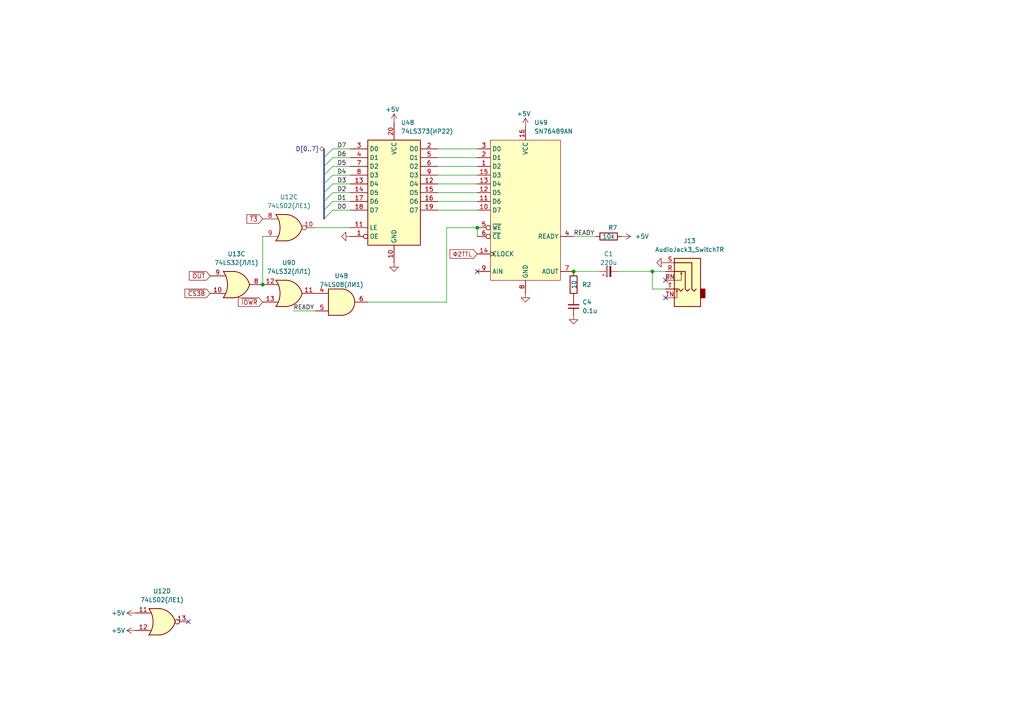
<source format=kicad_sch>
(kicad_sch (version 20230121) (generator eeschema)
  (paper "A4")
  (title_block (title "Pacific-80") (date "2023-10-11") (rev "2"))
  (lib_symbols
    (symbol "74xx:74LS02" (pin_names (offset 1.016))
      (property "Reference" "U" (at 0 1.27 0))
      (property "Value" "74LS02" (at 0 -1.27 0))
      (symbol "74LS02_1_1"
        (arc (start -3.81 -3.81) (mid -2.589 0) (end -3.81 3.81) (stroke (width 0.254)))
        (arc (start -0.6096 -3.81) (mid 2.1842 -2.5851) (end 3.81 0) (stroke (width 0.254)) (fill (type background)))
        (polyline (pts (xy -3.81 -3.81) (xy -0.635 -3.81)) (stroke (width 0.254)) (fill (type background)))
        (polyline (pts (xy -3.81 3.81) (xy -0.635 3.81)) (stroke (width 0.254)) (fill (type background)))
        (polyline (pts (xy -0.635 3.81) (xy -3.81 3.81) (xy -3.81 3.81) (xy -3.556 3.4036) (xy -3.0226 2.2606) (xy -2.6924 1.0414) (xy -2.6162 -0.254) (xy -2.7686 -1.4986) (xy -3.175 -2.7178) (xy -3.81 -3.81) (xy -3.81 -3.81) (xy -0.635 -3.81)) (stroke (width -25.4)) (fill (type background)))
        (arc (start 3.81 0) (mid 2.1915 2.5936) (end -0.6096 3.81) (stroke (width 0.254)) (fill (type background)))
        (pin output inverted (at 7.62 0 180) (length 3.81) (name "~") (number "1"))
        (pin input line (at -7.62 2.54 0) (length 4.318) (name "~") (number "2"))
        (pin input line (at -7.62 -2.54 0) (length 4.318) (name "~") (number "3"))
      )
      (symbol "74LS02_1_2"
        (arc (start 0 -3.81) (mid 3.7934 0) (end 0 3.81) (stroke (width 0.254)) (fill (type background)))
        (polyline (pts (xy 0 3.81) (xy -3.81 3.81) (xy -3.81 -3.81) (xy 0 -3.81)) (stroke (width 0.254)) (fill (type background)))
        (pin output line (at 7.62 0 180) (length 3.81) (name "~") (number "1"))
        (pin input inverted (at -7.62 2.54 0) (length 3.81) (name "~") (number "2"))
        (pin input inverted (at -7.62 -2.54 0) (length 3.81) (name "~") (number "3"))
      )
      (symbol "74LS02_2_1"
        (arc (start -3.81 -3.81) (mid -2.589 0) (end -3.81 3.81) (stroke (width 0.254)))
        (arc (start -0.6096 -3.81) (mid 2.1842 -2.5851) (end 3.81 0) (stroke (width 0.254)) (fill (type background)))
        (polyline (pts (xy -3.81 -3.81) (xy -0.635 -3.81)) (stroke (width 0.254)) (fill (type background)))
        (polyline (pts (xy -3.81 3.81) (xy -0.635 3.81)) (stroke (width 0.254)) (fill (type background)))
        (polyline (pts (xy -0.635 3.81) (xy -3.81 3.81) (xy -3.81 3.81) (xy -3.556 3.4036) (xy -3.0226 2.2606) (xy -2.6924 1.0414) (xy -2.6162 -0.254) (xy -2.7686 -1.4986) (xy -3.175 -2.7178) (xy -3.81 -3.81) (xy -3.81 -3.81) (xy -0.635 -3.81)) (stroke (width -25.4)) (fill (type background)))
        (arc (start 3.81 0) (mid 2.1915 2.5936) (end -0.6096 3.81) (stroke (width 0.254)) (fill (type background)))
        (pin output inverted (at 7.62 0 180) (length 3.81) (name "~") (number "4"))
        (pin input line (at -7.62 2.54 0) (length 4.318) (name "~") (number "5"))
        (pin input line (at -7.62 -2.54 0) (length 4.318) (name "~") (number "6"))
      )
      (symbol "74LS02_2_2"
        (arc (start 0 -3.81) (mid 3.7934 0) (end 0 3.81) (stroke (width 0.254)) (fill (type background)))
        (polyline (pts (xy 0 3.81) (xy -3.81 3.81) (xy -3.81 -3.81) (xy 0 -3.81)) (stroke (width 0.254)) (fill (type background)))
        (pin output line (at 7.62 0 180) (length 3.81) (name "~") (number "4"))
        (pin input inverted (at -7.62 2.54 0) (length 3.81) (name "~") (number "5"))
        (pin input inverted (at -7.62 -2.54 0) (length 3.81) (name "~") (number "6"))
      )
      (symbol "74LS02_3_1"
        (arc (start -3.81 -3.81) (mid -2.589 0) (end -3.81 3.81) (stroke (width 0.254)))
        (arc (start -0.6096 -3.81) (mid 2.1842 -2.5851) (end 3.81 0) (stroke (width 0.254)) (fill (type background)))
        (polyline (pts (xy -3.81 -3.81) (xy -0.635 -3.81)) (stroke (width 0.254)) (fill (type background)))
        (polyline (pts (xy -3.81 3.81) (xy -0.635 3.81)) (stroke (width 0.254)) (fill (type background)))
        (polyline (pts (xy -0.635 3.81) (xy -3.81 3.81) (xy -3.81 3.81) (xy -3.556 3.4036) (xy -3.0226 2.2606) (xy -2.6924 1.0414) (xy -2.6162 -0.254) (xy -2.7686 -1.4986) (xy -3.175 -2.7178) (xy -3.81 -3.81) (xy -3.81 -3.81) (xy -0.635 -3.81)) (stroke (width -25.4)) (fill (type background)))
        (arc (start 3.81 0) (mid 2.1915 2.5936) (end -0.6096 3.81) (stroke (width 0.254)) (fill (type background)))
        (pin output inverted (at 7.62 0 180) (length 3.81) (name "~") (number "10"))
        (pin input line (at -7.62 2.54 0) (length 4.318) (name "~") (number "8"))
        (pin input line (at -7.62 -2.54 0) (length 4.318) (name "~") (number "9"))
      )
      (symbol "74LS02_3_2"
        (arc (start 0 -3.81) (mid 3.7934 0) (end 0 3.81) (stroke (width 0.254)) (fill (type background)))
        (polyline (pts (xy 0 3.81) (xy -3.81 3.81) (xy -3.81 -3.81) (xy 0 -3.81)) (stroke (width 0.254)) (fill (type background)))
        (pin output line (at 7.62 0 180) (length 3.81) (name "~") (number "10"))
        (pin input inverted (at -7.62 2.54 0) (length 3.81) (name "~") (number "8"))
        (pin input inverted (at -7.62 -2.54 0) (length 3.81) (name "~") (number "9"))
      )
      (symbol "74LS02_4_1"
        (arc (start -3.81 -3.81) (mid -2.589 0) (end -3.81 3.81) (stroke (width 0.254)))
        (arc (start -0.6096 -3.81) (mid 2.1842 -2.5851) (end 3.81 0) (stroke (width 0.254)) (fill (type background)))
        (polyline (pts (xy -3.81 -3.81) (xy -0.635 -3.81)) (stroke (width 0.254)) (fill (type background)))
        (polyline (pts (xy -3.81 3.81) (xy -0.635 3.81)) (stroke (width 0.254)) (fill (type background)))
        (polyline (pts (xy -0.635 3.81) (xy -3.81 3.81) (xy -3.81 3.81) (xy -3.556 3.4036) (xy -3.0226 2.2606) (xy -2.6924 1.0414) (xy -2.6162 -0.254) (xy -2.7686 -1.4986) (xy -3.175 -2.7178) (xy -3.81 -3.81) (xy -3.81 -3.81) (xy -0.635 -3.81)) (stroke (width -25.4)) (fill (type background)))
        (arc (start 3.81 0) (mid 2.1915 2.5936) (end -0.6096 3.81) (stroke (width 0.254)) (fill (type background)))
        (pin input line (at -7.62 2.54 0) (length 4.318) (name "~") (number "11"))
        (pin input line (at -7.62 -2.54 0) (length 4.318) (name "~") (number "12"))
        (pin output inverted (at 7.62 0 180) (length 3.81) (name "~") (number "13"))
      )
      (symbol "74LS02_4_2"
        (arc (start 0 -3.81) (mid 3.7934 0) (end 0 3.81) (stroke (width 0.254)) (fill (type background)))
        (polyline (pts (xy 0 3.81) (xy -3.81 3.81) (xy -3.81 -3.81) (xy 0 -3.81)) (stroke (width 0.254)) (fill (type background)))
        (pin input inverted (at -7.62 2.54 0) (length 3.81) (name "~") (number "11"))
        (pin input inverted (at -7.62 -2.54 0) (length 3.81) (name "~") (number "12"))
        (pin output line (at 7.62 0 180) (length 3.81) (name "~") (number "13"))
      )
      (symbol "74LS02_5_0"
        (pin power_in line (at 0 12.7 270) (length 5.08) (name "VCC") (number "14"))
        (pin power_in line (at 0 -12.7 90) (length 5.08) (name "GND") (number "7"))
      )
      (symbol "74LS02_5_1"
        (rectangle (start -5.08 7.62) (end 5.08 -7.62) (stroke (width 0.254)) (fill (type background)))
      )
    )
    (symbol "74xx:74LS08" (pin_names (offset 1.016))
      (property "Reference" "U" (at 0 1.27 0))
      (property "Value" "74LS08" (at 0 -1.27 0))
      (symbol "74LS08_1_1"
        (arc (start 0 -3.81) (mid 3.7934 0) (end 0 3.81) (stroke (width 0.254)) (fill (type background)))
        (polyline (pts (xy 0 3.81) (xy -3.81 3.81) (xy -3.81 -3.81) (xy 0 -3.81)) (stroke (width 0.254)) (fill (type background)))
        (pin input line (at -7.62 2.54 0) (length 3.81) (name "~") (number "1"))
        (pin input line (at -7.62 -2.54 0) (length 3.81) (name "~") (number "2"))
        (pin output line (at 7.62 0 180) (length 3.81) (name "~") (number "3"))
      )
      (symbol "74LS08_1_2"
        (arc (start -3.81 -3.81) (mid -2.589 0) (end -3.81 3.81) (stroke (width 0.254)))
        (arc (start -0.6096 -3.81) (mid 2.1842 -2.5851) (end 3.81 0) (stroke (width 0.254)) (fill (type background)))
        (polyline (pts (xy -3.81 -3.81) (xy -0.635 -3.81)) (stroke (width 0.254)) (fill (type background)))
        (polyline (pts (xy -3.81 3.81) (xy -0.635 3.81)) (stroke (width 0.254)) (fill (type background)))
        (polyline (pts (xy -0.635 3.81) (xy -3.81 3.81) (xy -3.81 3.81) (xy -3.556 3.4036) (xy -3.0226 2.2606) (xy -2.6924 1.0414) (xy -2.6162 -0.254) (xy -2.7686 -1.4986) (xy -3.175 -2.7178) (xy -3.81 -3.81) (xy -3.81 -3.81) (xy -0.635 -3.81)) (stroke (width -25.4)) (fill (type background)))
        (arc (start 3.81 0) (mid 2.1915 2.5936) (end -0.6096 3.81) (stroke (width 0.254)) (fill (type background)))
        (pin input inverted (at -7.62 2.54 0) (length 4.318) (name "~") (number "1"))
        (pin input inverted (at -7.62 -2.54 0) (length 4.318) (name "~") (number "2"))
        (pin output inverted (at 7.62 0 180) (length 3.81) (name "~") (number "3"))
      )
      (symbol "74LS08_2_1"
        (arc (start 0 -3.81) (mid 3.7934 0) (end 0 3.81) (stroke (width 0.254)) (fill (type background)))
        (polyline (pts (xy 0 3.81) (xy -3.81 3.81) (xy -3.81 -3.81) (xy 0 -3.81)) (stroke (width 0.254)) (fill (type background)))
        (pin input line (at -7.62 2.54 0) (length 3.81) (name "~") (number "4"))
        (pin input line (at -7.62 -2.54 0) (length 3.81) (name "~") (number "5"))
        (pin output line (at 7.62 0 180) (length 3.81) (name "~") (number "6"))
      )
      (symbol "74LS08_2_2"
        (arc (start -3.81 -3.81) (mid -2.589 0) (end -3.81 3.81) (stroke (width 0.254)))
        (arc (start -0.6096 -3.81) (mid 2.1842 -2.5851) (end 3.81 0) (stroke (width 0.254)) (fill (type background)))
        (polyline (pts (xy -3.81 -3.81) (xy -0.635 -3.81)) (stroke (width 0.254)) (fill (type background)))
        (polyline (pts (xy -3.81 3.81) (xy -0.635 3.81)) (stroke (width 0.254)) (fill (type background)))
        (polyline (pts (xy -0.635 3.81) (xy -3.81 3.81) (xy -3.81 3.81) (xy -3.556 3.4036) (xy -3.0226 2.2606) (xy -2.6924 1.0414) (xy -2.6162 -0.254) (xy -2.7686 -1.4986) (xy -3.175 -2.7178) (xy -3.81 -3.81) (xy -3.81 -3.81) (xy -0.635 -3.81)) (stroke (width -25.4)) (fill (type background)))
        (arc (start 3.81 0) (mid 2.1915 2.5936) (end -0.6096 3.81) (stroke (width 0.254)) (fill (type background)))
        (pin input inverted (at -7.62 2.54 0) (length 4.318) (name "~") (number "4"))
        (pin input inverted (at -7.62 -2.54 0) (length 4.318) (name "~") (number "5"))
        (pin output inverted (at 7.62 0 180) (length 3.81) (name "~") (number "6"))
      )
      (symbol "74LS08_3_1"
        (arc (start 0 -3.81) (mid 3.7934 0) (end 0 3.81) (stroke (width 0.254)) (fill (type background)))
        (polyline (pts (xy 0 3.81) (xy -3.81 3.81) (xy -3.81 -3.81) (xy 0 -3.81)) (stroke (width 0.254)) (fill (type background)))
        (pin input line (at -7.62 -2.54 0) (length 3.81) (name "~") (number "10"))
        (pin output line (at 7.62 0 180) (length 3.81) (name "~") (number "8"))
        (pin input line (at -7.62 2.54 0) (length 3.81) (name "~") (number "9"))
      )
      (symbol "74LS08_3_2"
        (arc (start -3.81 -3.81) (mid -2.589 0) (end -3.81 3.81) (stroke (width 0.254)))
        (arc (start -0.6096 -3.81) (mid 2.1842 -2.5851) (end 3.81 0) (stroke (width 0.254)) (fill (type background)))
        (polyline (pts (xy -3.81 -3.81) (xy -0.635 -3.81)) (stroke (width 0.254)) (fill (type background)))
        (polyline (pts (xy -3.81 3.81) (xy -0.635 3.81)) (stroke (width 0.254)) (fill (type background)))
        (polyline (pts (xy -0.635 3.81) (xy -3.81 3.81) (xy -3.81 3.81) (xy -3.556 3.4036) (xy -3.0226 2.2606) (xy -2.6924 1.0414) (xy -2.6162 -0.254) (xy -2.7686 -1.4986) (xy -3.175 -2.7178) (xy -3.81 -3.81) (xy -3.81 -3.81) (xy -0.635 -3.81)) (stroke (width -25.4)) (fill (type background)))
        (arc (start 3.81 0) (mid 2.1915 2.5936) (end -0.6096 3.81) (stroke (width 0.254)) (fill (type background)))
        (pin input inverted (at -7.62 -2.54 0) (length 4.318) (name "~") (number "10"))
        (pin output inverted (at 7.62 0 180) (length 3.81) (name "~") (number "8"))
        (pin input inverted (at -7.62 2.54 0) (length 4.318) (name "~") (number "9"))
      )
      (symbol "74LS08_4_1"
        (arc (start 0 -3.81) (mid 3.7934 0) (end 0 3.81) (stroke (width 0.254)) (fill (type background)))
        (polyline (pts (xy 0 3.81) (xy -3.81 3.81) (xy -3.81 -3.81) (xy 0 -3.81)) (stroke (width 0.254)) (fill (type background)))
        (pin output line (at 7.62 0 180) (length 3.81) (name "~") (number "11"))
        (pin input line (at -7.62 2.54 0) (length 3.81) (name "~") (number "12"))
        (pin input line (at -7.62 -2.54 0) (length 3.81) (name "~") (number "13"))
      )
      (symbol "74LS08_4_2"
        (arc (start -3.81 -3.81) (mid -2.589 0) (end -3.81 3.81) (stroke (width 0.254)))
        (arc (start -0.6096 -3.81) (mid 2.1842 -2.5851) (end 3.81 0) (stroke (width 0.254)) (fill (type background)))
        (polyline (pts (xy -3.81 -3.81) (xy -0.635 -3.81)) (stroke (width 0.254)) (fill (type background)))
        (polyline (pts (xy -3.81 3.81) (xy -0.635 3.81)) (stroke (width 0.254)) (fill (type background)))
        (polyline (pts (xy -0.635 3.81) (xy -3.81 3.81) (xy -3.81 3.81) (xy -3.556 3.4036) (xy -3.0226 2.2606) (xy -2.6924 1.0414) (xy -2.6162 -0.254) (xy -2.7686 -1.4986) (xy -3.175 -2.7178) (xy -3.81 -3.81) (xy -3.81 -3.81) (xy -0.635 -3.81)) (stroke (width -25.4)) (fill (type background)))
        (arc (start 3.81 0) (mid 2.1915 2.5936) (end -0.6096 3.81) (stroke (width 0.254)) (fill (type background)))
        (pin output inverted (at 7.62 0 180) (length 3.81) (name "~") (number "11"))
        (pin input inverted (at -7.62 2.54 0) (length 4.318) (name "~") (number "12"))
        (pin input inverted (at -7.62 -2.54 0) (length 4.318) (name "~") (number "13"))
      )
      (symbol "74LS08_5_0"
        (pin power_in line (at 0 12.7 270) (length 5.08) (name "VCC") (number "14"))
        (pin power_in line (at 0 -12.7 90) (length 5.08) (name "GND") (number "7"))
      )
      (symbol "74LS08_5_1"
        (rectangle (start -5.08 7.62) (end 5.08 -7.62) (stroke (width 0.254)) (fill (type background)))
      )
    )
    (symbol "74xx:74LS32" (pin_names (offset 1.016))
      (property "Reference" "U" (at 0 1.27 0))
      (property "Value" "74LS32" (at 0 -1.27 0))
      (symbol "74LS32_1_1"
        (arc (start -3.81 -3.81) (mid -2.589 0) (end -3.81 3.81) (stroke (width 0.254)))
        (arc (start -0.6096 -3.81) (mid 2.1842 -2.5851) (end 3.81 0) (stroke (width 0.254)) (fill (type background)))
        (polyline (pts (xy -3.81 -3.81) (xy -0.635 -3.81)) (stroke (width 0.254)) (fill (type background)))
        (polyline (pts (xy -3.81 3.81) (xy -0.635 3.81)) (stroke (width 0.254)) (fill (type background)))
        (polyline (pts (xy -0.635 3.81) (xy -3.81 3.81) (xy -3.81 3.81) (xy -3.556 3.4036) (xy -3.0226 2.2606) (xy -2.6924 1.0414) (xy -2.6162 -0.254) (xy -2.7686 -1.4986) (xy -3.175 -2.7178) (xy -3.81 -3.81) (xy -3.81 -3.81) (xy -0.635 -3.81)) (stroke (width -25.4)) (fill (type background)))
        (arc (start 3.81 0) (mid 2.1915 2.5936) (end -0.6096 3.81) (stroke (width 0.254)) (fill (type background)))
        (pin input line (at -7.62 2.54 0) (length 4.318) (name "~") (number "1"))
        (pin input line (at -7.62 -2.54 0) (length 4.318) (name "~") (number "2"))
        (pin output line (at 7.62 0 180) (length 3.81) (name "~") (number "3"))
      )
      (symbol "74LS32_1_2"
        (arc (start 0 -3.81) (mid 3.7934 0) (end 0 3.81) (stroke (width 0.254)) (fill (type background)))
        (polyline (pts (xy 0 3.81) (xy -3.81 3.81) (xy -3.81 -3.81) (xy 0 -3.81)) (stroke (width 0.254)) (fill (type background)))
        (pin input inverted (at -7.62 2.54 0) (length 3.81) (name "~") (number "1"))
        (pin input inverted (at -7.62 -2.54 0) (length 3.81) (name "~") (number "2"))
        (pin output inverted (at 7.62 0 180) (length 3.81) (name "~") (number "3"))
      )
      (symbol "74LS32_2_1"
        (arc (start -3.81 -3.81) (mid -2.589 0) (end -3.81 3.81) (stroke (width 0.254)))
        (arc (start -0.6096 -3.81) (mid 2.1842 -2.5851) (end 3.81 0) (stroke (width 0.254)) (fill (type background)))
        (polyline (pts (xy -3.81 -3.81) (xy -0.635 -3.81)) (stroke (width 0.254)) (fill (type background)))
        (polyline (pts (xy -3.81 3.81) (xy -0.635 3.81)) (stroke (width 0.254)) (fill (type background)))
        (polyline (pts (xy -0.635 3.81) (xy -3.81 3.81) (xy -3.81 3.81) (xy -3.556 3.4036) (xy -3.0226 2.2606) (xy -2.6924 1.0414) (xy -2.6162 -0.254) (xy -2.7686 -1.4986) (xy -3.175 -2.7178) (xy -3.81 -3.81) (xy -3.81 -3.81) (xy -0.635 -3.81)) (stroke (width -25.4)) (fill (type background)))
        (arc (start 3.81 0) (mid 2.1915 2.5936) (end -0.6096 3.81) (stroke (width 0.254)) (fill (type background)))
        (pin input line (at -7.62 2.54 0) (length 4.318) (name "~") (number "4"))
        (pin input line (at -7.62 -2.54 0) (length 4.318) (name "~") (number "5"))
        (pin output line (at 7.62 0 180) (length 3.81) (name "~") (number "6"))
      )
      (symbol "74LS32_2_2"
        (arc (start 0 -3.81) (mid 3.7934 0) (end 0 3.81) (stroke (width 0.254)) (fill (type background)))
        (polyline (pts (xy 0 3.81) (xy -3.81 3.81) (xy -3.81 -3.81) (xy 0 -3.81)) (stroke (width 0.254)) (fill (type background)))
        (pin input inverted (at -7.62 2.54 0) (length 3.81) (name "~") (number "4"))
        (pin input inverted (at -7.62 -2.54 0) (length 3.81) (name "~") (number "5"))
        (pin output inverted (at 7.62 0 180) (length 3.81) (name "~") (number "6"))
      )
      (symbol "74LS32_3_1"
        (arc (start -3.81 -3.81) (mid -2.589 0) (end -3.81 3.81) (stroke (width 0.254)))
        (arc (start -0.6096 -3.81) (mid 2.1842 -2.5851) (end 3.81 0) (stroke (width 0.254)) (fill (type background)))
        (polyline (pts (xy -3.81 -3.81) (xy -0.635 -3.81)) (stroke (width 0.254)) (fill (type background)))
        (polyline (pts (xy -3.81 3.81) (xy -0.635 3.81)) (stroke (width 0.254)) (fill (type background)))
        (polyline (pts (xy -0.635 3.81) (xy -3.81 3.81) (xy -3.81 3.81) (xy -3.556 3.4036) (xy -3.0226 2.2606) (xy -2.6924 1.0414) (xy -2.6162 -0.254) (xy -2.7686 -1.4986) (xy -3.175 -2.7178) (xy -3.81 -3.81) (xy -3.81 -3.81) (xy -0.635 -3.81)) (stroke (width -25.4)) (fill (type background)))
        (arc (start 3.81 0) (mid 2.1915 2.5936) (end -0.6096 3.81) (stroke (width 0.254)) (fill (type background)))
        (pin input line (at -7.62 -2.54 0) (length 4.318) (name "~") (number "10"))
        (pin output line (at 7.62 0 180) (length 3.81) (name "~") (number "8"))
        (pin input line (at -7.62 2.54 0) (length 4.318) (name "~") (number "9"))
      )
      (symbol "74LS32_3_2"
        (arc (start 0 -3.81) (mid 3.7934 0) (end 0 3.81) (stroke (width 0.254)) (fill (type background)))
        (polyline (pts (xy 0 3.81) (xy -3.81 3.81) (xy -3.81 -3.81) (xy 0 -3.81)) (stroke (width 0.254)) (fill (type background)))
        (pin input inverted (at -7.62 -2.54 0) (length 3.81) (name "~") (number "10"))
        (pin output inverted (at 7.62 0 180) (length 3.81) (name "~") (number "8"))
        (pin input inverted (at -7.62 2.54 0) (length 3.81) (name "~") (number "9"))
      )
      (symbol "74LS32_4_1"
        (arc (start -3.81 -3.81) (mid -2.589 0) (end -3.81 3.81) (stroke (width 0.254)))
        (arc (start -0.6096 -3.81) (mid 2.1842 -2.5851) (end 3.81 0) (stroke (width 0.254)) (fill (type background)))
        (polyline (pts (xy -3.81 -3.81) (xy -0.635 -3.81)) (stroke (width 0.254)) (fill (type background)))
        (polyline (pts (xy -3.81 3.81) (xy -0.635 3.81)) (stroke (width 0.254)) (fill (type background)))
        (polyline (pts (xy -0.635 3.81) (xy -3.81 3.81) (xy -3.81 3.81) (xy -3.556 3.4036) (xy -3.0226 2.2606) (xy -2.6924 1.0414) (xy -2.6162 -0.254) (xy -2.7686 -1.4986) (xy -3.175 -2.7178) (xy -3.81 -3.81) (xy -3.81 -3.81) (xy -0.635 -3.81)) (stroke (width -25.4)) (fill (type background)))
        (arc (start 3.81 0) (mid 2.1915 2.5936) (end -0.6096 3.81) (stroke (width 0.254)) (fill (type background)))
        (pin output line (at 7.62 0 180) (length 3.81) (name "~") (number "11"))
        (pin input line (at -7.62 2.54 0) (length 4.318) (name "~") (number "12"))
        (pin input line (at -7.62 -2.54 0) (length 4.318) (name "~") (number "13"))
      )
      (symbol "74LS32_4_2"
        (arc (start 0 -3.81) (mid 3.7934 0) (end 0 3.81) (stroke (width 0.254)) (fill (type background)))
        (polyline (pts (xy 0 3.81) (xy -3.81 3.81) (xy -3.81 -3.81) (xy 0 -3.81)) (stroke (width 0.254)) (fill (type background)))
        (pin output inverted (at 7.62 0 180) (length 3.81) (name "~") (number "11"))
        (pin input inverted (at -7.62 2.54 0) (length 3.81) (name "~") (number "12"))
        (pin input inverted (at -7.62 -2.54 0) (length 3.81) (name "~") (number "13"))
      )
      (symbol "74LS32_5_0"
        (pin power_in line (at 0 12.7 270) (length 5.08) (name "VCC") (number "14"))
        (pin power_in line (at 0 -12.7 90) (length 5.08) (name "GND") (number "7"))
      )
      (symbol "74LS32_5_1"
        (rectangle (start -5.08 7.62) (end 5.08 -7.62) (stroke (width 0.254)) (fill (type background)))
      )
    )
    (symbol "74xx:74LS373"
      (property "Reference" "U" (at -7.62 16.51 0))
      (property "Value" "74LS373" (at -7.62 -16.51 0))
      (symbol "74LS373_1_0"
        (pin input inverted (at -12.7 -12.7 0) (length 5.08) (name "OE") (number "1"))
        (pin power_in line (at 0 -20.32 90) (length 5.08) (name "GND") (number "10"))
        (pin input line (at -12.7 -10.16 0) (length 5.08) (name "LE") (number "11"))
        (pin tri_state line (at 12.7 2.54 180) (length 5.08) (name "O4") (number "12"))
        (pin input line (at -12.7 2.54 0) (length 5.08) (name "D4") (number "13"))
        (pin input line (at -12.7 0 0) (length 5.08) (name "D5") (number "14"))
        (pin tri_state line (at 12.7 0 180) (length 5.08) (name "O5") (number "15"))
        (pin tri_state line (at 12.7 -2.54 180) (length 5.08) (name "O6") (number "16"))
        (pin input line (at -12.7 -2.54 0) (length 5.08) (name "D6") (number "17"))
        (pin input line (at -12.7 -5.08 0) (length 5.08) (name "D7") (number "18"))
        (pin tri_state line (at 12.7 -5.08 180) (length 5.08) (name "O7") (number "19"))
        (pin tri_state line (at 12.7 12.7 180) (length 5.08) (name "O0") (number "2"))
        (pin power_in line (at 0 20.32 270) (length 5.08) (name "VCC") (number "20"))
        (pin input line (at -12.7 12.7 0) (length 5.08) (name "D0") (number "3"))
        (pin input line (at -12.7 10.16 0) (length 5.08) (name "D1") (number "4"))
        (pin tri_state line (at 12.7 10.16 180) (length 5.08) (name "O1") (number "5"))
        (pin tri_state line (at 12.7 7.62 180) (length 5.08) (name "O2") (number "6"))
        (pin input line (at -12.7 7.62 0) (length 5.08) (name "D2") (number "7"))
        (pin input line (at -12.7 5.08 0) (length 5.08) (name "D3") (number "8"))
        (pin tri_state line (at 12.7 5.08 180) (length 5.08) (name "O3") (number "9"))
      )
      (symbol "74LS373_1_1"
        (rectangle (start -7.62 15.24) (end 7.62 -15.24) (stroke (width 0.254)) (fill (type background)))
      )
    )
    (symbol "Connector_Audio:AudioJack3_SwitchTR"
      (property "Reference" "J" (at 0 8.89 0))
      (property "Value" "AudioJack3_SwitchTR" (at 0 6.35 0))
      (symbol "AudioJack3_SwitchTR_0_1"
        (rectangle (start -5.08 -5.08) (end -6.35 -7.62) (stroke (width 0.254)) (fill (type outline)))
        (polyline (pts (xy 0.508 -0.254) (xy 0.762 -0.762)))
        (polyline (pts (xy 1.778 -5.334) (xy 2.032 -5.842)))
        (polyline (pts (xy 0 -5.08) (xy 0.635 -5.715) (xy 1.27 -5.08) (xy 2.54 -5.08)) (stroke (width 0.254)))
        (polyline (pts (xy 2.54 -7.62) (xy 1.778 -7.62) (xy 1.778 -5.334) (xy 1.524 -5.842)))
        (polyline (pts (xy 2.54 -2.54) (xy 0.508 -2.54) (xy 0.508 -0.254) (xy 0.254 -0.762)))
        (polyline (pts (xy -1.905 -5.08) (xy -1.27 -5.715) (xy -0.635 -5.08) (xy -0.635 0) (xy 2.54 0)) (stroke (width 0.254)))
        (polyline (pts (xy 2.54 2.54) (xy -2.54 2.54) (xy -2.54 -5.08) (xy -3.175 -5.715) (xy -3.81 -5.08)) (stroke (width 0.254)))
        (rectangle (start 2.54 3.81) (end -5.08 -10.16) (stroke (width 0.254)) (fill (type background)))
      )
      (symbol "AudioJack3_SwitchTR_1_1"
        (pin passive line (at 5.08 0 180) (length 2.54) (name "~") (number "R"))
        (pin passive line (at 5.08 -2.54 180) (length 2.54) (name "~") (number "RN"))
        (pin passive line (at 5.08 2.54 180) (length 2.54) (name "~") (number "S"))
        (pin passive line (at 5.08 -5.08 180) (length 2.54) (name "~") (number "T"))
        (pin passive line (at 5.08 -7.62 180) (length 2.54) (name "~") (number "TN"))
      )
    )
    (symbol "Device:C_Polarized_Small" (pin_numbers hide) (pin_names (offset 0.254) hide)
      (property "Reference" "C" (at 0.254 1.778 0))
      (property "Value" "C_Polarized_Small" (at 0.254 -2.032 0))
      (symbol "C_Polarized_Small_0_1"
        (rectangle (start -1.524 -0.3048) (end 1.524 -0.6858) (fill (type outline)))
        (rectangle (start -1.524 0.6858) (end 1.524 0.3048))
        (polyline (pts (xy -1.27 1.524) (xy -0.762 1.524)))
        (polyline (pts (xy -1.016 1.27) (xy -1.016 1.778)))
      )
      (symbol "C_Polarized_Small_1_1"
        (pin passive line (at 0 2.54 270) (length 1.8542) (name "~") (number "1"))
        (pin passive line (at 0 -2.54 90) (length 1.8542) (name "~") (number "2"))
      )
    )
    (symbol "Device:C_Small" (pin_numbers hide) (pin_names (offset 0.254) hide)
      (property "Reference" "C" (at 0.254 1.778 0))
      (property "Value" "C_Small" (at 0.254 -2.032 0))
      (symbol "C_Small_0_1"
        (polyline (pts (xy -1.524 -0.508) (xy 1.524 -0.508)) (stroke (width 0.3302)))
        (polyline (pts (xy -1.524 0.508) (xy 1.524 0.508)) (stroke (width 0.3048)))
      )
      (symbol "C_Small_1_1"
        (pin passive line (at 0 2.54 270) (length 2.032) (name "~") (number "1"))
        (pin passive line (at 0 -2.54 90) (length 2.032) (name "~") (number "2"))
      )
    )
    (symbol "Device:R" (pin_numbers hide) (pin_names (offset 0))
      (property "Reference" "R" (at 2.032 0 90))
      (property "Value" "R" (at 0 0 90))
      (symbol "R_0_1"
        (rectangle (start -1.016 -2.54) (end 1.016 2.54) (stroke (width 0.254)))
      )
      (symbol "R_1_1"
        (pin passive line (at 0 3.81 270) (length 1.27) (name "~") (number "1"))
        (pin passive line (at 0 -3.81 90) (length 1.27) (name "~") (number "2"))
      )
    )
    (symbol "Library:SN76489AN"
      (property "Reference" "U" (at 12.7 2.54 0))
      (property "Value" "SN76489AN" (at 12.7 0 0))
      (symbol "SN76489AN_1_1"
        (rectangle (start 0 -2.54) (end 20.32 -43.18) (fill (type background)))
        (pin input line (at -3.81 -10.16 0) (length 3.81) (name "D2") (number "1"))
        (pin input line (at -3.81 -22.86 0) (length 3.81) (name "D7") (number "10"))
        (pin input line (at -3.81 -20.32 0) (length 3.81) (name "D6") (number "11"))
        (pin input line (at -3.81 -17.78 0) (length 3.81) (name "D5") (number "12"))
        (pin input line (at -3.81 -15.24 0) (length 3.81) (name "D4") (number "13"))
        (pin input clock (at -3.81 -35.56 0) (length 3.81) (name "CLOCK") (number "14"))
        (pin input line (at -3.81 -12.7 0) (length 3.81) (name "D3") (number "15"))
        (pin power_in line (at 10.16 1.27 270) (length 3.81) (name "VCC") (number "16"))
        (pin input line (at -3.81 -7.62 0) (length 3.81) (name "D1") (number "2"))
        (pin input line (at -3.81 -5.08 0) (length 3.81) (name "D0") (number "3"))
        (pin open_collector line (at 24.13 -30.48 180) (length 3.81) (name "READY") (number "4"))
        (pin input inverted (at -3.81 -27.94 0) (length 3.81) (name "~{WE}") (number "5"))
        (pin input inverted (at -3.81 -30.48 0) (length 3.81) (name "~{CE}") (number "6"))
        (pin output line (at 24.13 -40.64 180) (length 3.81) (name "AOUT") (number "7"))
        (pin power_in line (at 10.16 -46.99 90) (length 3.81) (name "GND") (number "8"))
        (pin input line (at -3.81 -40.64 0) (length 3.81) (name "AIN") (number "9"))
      )
    )
    (symbol "power:+5V" (power) (pin_names (offset 0))
      (property "Value" "+5V" (at 0 3.556 0))
      (symbol "+5V_0_1"
        (polyline (pts (xy -0.762 1.27) (xy 0 2.54)))
        (polyline (pts (xy 0 0) (xy 0 2.54)))
        (polyline (pts (xy 0 2.54) (xy 0.762 1.27)))
      )
      (symbol "+5V_1_1"
        (pin power_in line (at 0 0 90) (length 0) hide (name "+5V") (number "1"))
      )
    )
    (symbol "power:GND" (power) (pin_names (offset 0))
      (property "Value" "GND" (at 0 -3.81 0))
      (symbol "GND_0_1"
        (polyline (pts (xy 0 0) (xy 0 -1.27) (xy 1.27 -1.27) (xy 0 -2.54) (xy -1.27 -1.27) (xy 0 -1.27)))
      )
      (symbol "GND_1_1"
        (pin power_in line (at 0 0 270) (length 0) hide (name "GND") (number "1"))
      )
    )
  )
  (junction (at 166.37 78.74))
  (junction (at 138.43 66.04))
  (junction (at 189.23 78.74))
  (junction (at 76.2 82.55))
  (no_connect (at 138.43 78.74))
  (no_connect (at 54.61 180.34))
  (no_connect (at 193.04 86.36))
  (no_connect (at 193.04 81.28))
  (bus_entry (at 96.52 50.8) (size -2.54 2.54))
  (bus_entry (at 96.52 58.42) (size -2.54 2.54))
  (bus_entry (at 96.52 60.96) (size -2.54 2.54))
  (bus_entry (at 96.52 53.34) (size -2.54 2.54))
  (bus_entry (at 96.52 43.18) (size -2.54 2.54))
  (bus_entry (at 96.52 45.72) (size -2.54 2.54))
  (bus_entry (at 96.52 55.88) (size -2.54 2.54))
  (bus_entry (at 96.52 48.26) (size -2.54 2.54))
  (wire (pts (xy 127 45.72) (xy 138.43 45.72)))
  (wire (pts (xy 76.2 68.58) (xy 76.2 82.55)))
  (wire (pts (xy 127 55.88) (xy 138.43 55.88)))
  (wire (pts (xy 127 43.18) (xy 138.43 43.18)))
  (wire (pts (xy 96.52 55.88) (xy 101.6 55.88)))
  (wire (pts (xy 96.52 60.96) (xy 101.6 60.96)))
  (wire (pts (xy 96.52 53.34) (xy 101.6 53.34)))
  (wire (pts (xy 166.37 68.58) (xy 172.72 68.58)))
  (wire (pts (xy 96.52 45.72) (xy 101.6 45.72)))
  (wire (pts (xy 96.52 43.18) (xy 101.6 43.18)))
  (bus (pts (xy 93.98 50.8) (xy 93.98 53.34)))
  (bus (pts (xy 93.98 45.72) (xy 93.98 48.26)))
  (wire (pts (xy 138.43 66.04) (xy 138.43 68.58)))
  (wire (pts (xy 127 48.26) (xy 138.43 48.26)))
  (wire (pts (xy 166.37 78.74) (xy 173.99 78.74)))
  (wire (pts (xy 96.52 50.8) (xy 101.6 50.8)))
  (wire (pts (xy 129.54 87.63) (xy 129.54 66.04)))
  (wire (pts (xy 189.23 78.74) (xy 193.04 78.74)))
  (wire (pts (xy 127 60.96) (xy 138.43 60.96)))
  (wire (pts (xy 127 50.8) (xy 138.43 50.8)))
  (wire (pts (xy 91.44 66.04) (xy 101.6 66.04)))
  (wire (pts (xy 127 58.42) (xy 138.43 58.42)))
  (bus (pts (xy 93.98 43.18) (xy 93.98 45.72)))
  (wire (pts (xy 85.09 90.17) (xy 91.44 90.17)))
  (wire (pts (xy 127 53.34) (xy 138.43 53.34)))
  (bus (pts (xy 93.98 53.34) (xy 93.98 55.88)))
  (bus (pts (xy 93.98 60.96) (xy 93.98 63.5)))
  (wire (pts (xy 106.68 87.63) (xy 129.54 87.63)))
  (bus (pts (xy 93.98 55.88) (xy 93.98 58.42)))
  (wire (pts (xy 96.52 58.42) (xy 101.6 58.42)))
  (bus (pts (xy 93.98 48.26) (xy 93.98 50.8)))
  (wire (pts (xy 96.52 48.26) (xy 101.6 48.26)))
  (wire (pts (xy 129.54 66.04) (xy 138.43 66.04)))
  (bus (pts (xy 93.98 58.42) (xy 93.98 60.96)))
  (wire (pts (xy 193.04 83.82) (xy 189.23 83.82)))
  (wire (pts (xy 179.07 78.74) (xy 189.23 78.74)))
  (wire (pts (xy 189.23 83.82) (xy 189.23 78.74)))
  (label "D5" (at 97.79 48.26 0))
  (label "D1" (at 97.79 58.42 0))
  (label "D7" (at 97.79 43.18 0))
  (label "D2" (at 97.79 55.88 0))
  (label "READY" (at 166.37 68.58 0))
  (label "D3" (at 97.79 53.34 0))
  (label "D6" (at 97.79 45.72 0))
  (label "D0" (at 97.79 60.96 0))
  (label "D4" (at 97.79 50.8 0))
  (label "READY" (at 85.09 90.17 0))
  (global_label "~{CS38}" (shape input) (at 60.96 85.09 180) (property "Intersheetrefs" "${INTERSHEET_REFS}" (effects hide)))
  (global_label "~{OUT}" (shape input) (at 60.96 80.01 180) (property "Intersheetrefs" "${INTERSHEET_REFS}" (effects hide)))
  (global_label "~{T3}" (shape input) (at 76.2 63.5 180) (property "Intersheetrefs" "${INTERSHEET_REFS}" (effects hide)))
  (global_label "~{IOWR}" (shape input) (at 76.2 87.63 180) (property "Intersheetrefs" "${INTERSHEET_REFS}" (effects hide)))
  (global_label "Ф2TTL" (shape input) (at 138.43 73.66 180) (property "Intersheetrefs" "${INTERSHEET_REFS}" (effects hide)))
  (hierarchical_label "D[0..7]" (shape bidirectional) (at 93.98 43.18 180))
  (symbol (lib_id "power:GND") (at 193.04 76.2 270) (unit 1)
    (property "Reference" "#PWR02" (effects hide))
    (property "Value" "GND" (effects hide))
    (instances (project "pac80" (path "" (reference "#PWR02") (unit 1)) (path "" (reference "#PWR0117") (unit 1)) (path "" (reference "#PWR0151") (unit 1)) (path "" (reference "#PWR0305") (unit 1))))
  )
  (symbol (lib_id "power:+5V") (at 39.37 177.8 90) (unit 1)
    (property "Reference" "#PWR02" (effects hide))
    (property "Value" "+5V" (at 34.29 177.8 90))
    (instances (project "pac80" (path "" (reference "#PWR02") (unit 1)) (path "" (reference "#PWR055") (unit 1)) (path "" (reference "#PWR074") (unit 1)) (path "" (reference "#PWR0137") (unit 1)) (path "" (reference "#PWR0296") (unit 1))))
  )
  (symbol (lib_id "74xx:74LS32") (at 68.58 82.55 0) (unit 3)
    (property "Reference" "U13" (at 68.58 73.66 0))
    (property "Value" "74LS32(ЛЛ1)" (at 68.58 76.2 0))
    (property "Footprint" "Package_DIP:DIP-14_W7.62mm" (effects hide))
    (property "Datasheet" "http://www.ti.com/lit/gpn/sn74LS32" (effects hide))
    (instances (project "pac80" (path "" (reference "U13") (unit 3)) (path "" (reference "U14") (unit 3)) (path "" (reference "U15") (unit 3)) (path "" (reference "U14") (unit 3))))
  )
  (symbol (lib_id "power:GND") (at 166.37 91.44 0) (unit 1)
    (property "Reference" "#PWR02" (effects hide))
    (property "Value" "GND" (effects hide))
    (instances (project "pac80" (path "" (reference "#PWR02") (unit 1)) (path "" (reference "#PWR0117") (unit 1)) (path "" (reference "#PWR0151") (unit 1)) (path "" (reference "#PWR0303") (unit 1))))
  )
  (symbol (lib_id "Library:SN76489AN") (at 142.24 38.1 0) (unit 1)
    (property "Reference" "U49" (at 154.94 35.56 0) (effects (justify left)))
    (property "Value" "SN76489AN" (at 154.94 38.1 0) (effects (justify left)))
    (property "Footprint" "Package_DIP:DIP-16_W7.62mm" (effects hide))
    (property "Datasheet" "https://map.grauw.nl/resources/sound/texas_instruments_sn76489an.pdf" (effects hide))
  )
  (symbol (lib_id "Device:R") (at 176.53 68.58 270) (mirror x) (unit 1)
    (property "Reference" "R7" (at 179.07 66.04 90) (effects (justify right)))
    (property "Value" "10k" (at 176.53 68.58 90))
    (property "Footprint" "Resistor_THT:R_Axial_DIN0207_L6.3mm_D2.5mm_P7.62mm_Horizontal" (effects hide))
    (instances (project "pac80" (path "" (reference "R7") (unit 1)) (path "" (reference "R16") (unit 1)) (path "" (reference "R20") (unit 1))))
  )
  (symbol (lib_id "74xx:74LS08") (at 99.06 87.63 0) (unit 2)
    (property "Reference" "U4" (at 99.0517 80.01 0))
    (property "Value" "74LS08(ЛИ1)" (at 99.0517 82.55 0))
    (property "Footprint" "Package_DIP:DIP-14_W7.62mm" (effects hide))
    (property "Datasheet" "http://www.ti.com/lit/gpn/sn74LS08" (effects hide))
    (instances (project "pac80" (path "" (reference "U4") (unit 2)) (path "" (reference "U5") (unit 2)) (path "" (reference "U5") (unit 2)) (path "" (reference "U6") (unit 2))))
  )
  (symbol (lib_id "74xx:74LS02") (at 83.82 66.04 0) (unit 3)
    (property "Reference" "U12" (at 83.82 57.15 0))
    (property "Value" "74LS02(ЛЕ1)" (at 83.82 59.69 0))
    (property "Footprint" "Package_DIP:DIP-14_W7.62mm" (effects hide))
    (property "Datasheet" "http://www.ti.com/lit/gpn/sn74ls02" (effects hide))
    (instances (project "pac80" (path "" (reference "U12") (unit 3)) (path "" (reference "U12") (unit 3)) (path "" (reference "U13") (unit 3)) (path "" (reference "U4") (unit 3))))
  )
  (symbol (lib_id "power:+5V") (at 114.3 35.56 0) (unit 1)
    (property "Reference" "#PWR04" (effects hide))
    (property "Value" "+5V" (at 111.76 31.75 0) (effects (justify left)))
    (instances (project "pac80" (path "" (reference "#PWR04") (unit 1)) (path "" (reference "#PWR0116") (unit 1)) (path "" (reference "#PWR0150") (unit 1)) (path "" (reference "#PWR0299") (unit 1))))
  )
  (symbol (lib_id "Device:C_Polarized_Small") (at 176.53 78.74 90) (unit 1)
    (property "Reference" "C1" (at 176.53 73.66 90))
    (property "Value" "220u" (at 176.53 76.2 90))
    (property "Footprint" "Capacitor_THT:CP_Radial_D6.3mm_P2.50mm" (effects hide))
    (instances (project "pac80" (path "" (reference "C1") (unit 1)) (path "" (reference "C57") (unit 1))))
  )
  (symbol (lib_id "power:+5V") (at 152.4 36.83 0) (unit 1)
    (property "Reference" "#PWR04" (effects hide))
    (property "Value" "+5V" (at 149.86 33.02 0) (effects (justify left)))
    (instances (project "pac80" (path "" (reference "#PWR04") (unit 1)) (path "" (reference "#PWR0116") (unit 1)) (path "" (reference "#PWR0150") (unit 1)) (path "" (reference "#PWR0301") (unit 1))))
  )
  (symbol (lib_id "74xx:74LS373") (at 114.3 55.88 0) (unit 1)
    (property "Reference" "U48" (at 116.2559 35.56 0) (effects (justify left)))
    (property "Value" "74LS373(ИР22)" (at 116.2559 38.1 0) (effects (justify left)))
    (property "Footprint" "Package_DIP:DIP-20_W7.62mm" (effects hide))
    (property "Datasheet" "http://www.ti.com/lit/gpn/sn74LS373" (effects hide))
  )
  (symbol (lib_id "power:GND") (at 152.4 85.09 0) (unit 1)
    (property "Reference" "#PWR02" (effects hide))
    (property "Value" "GND" (effects hide))
    (instances (project "pac80" (path "" (reference "#PWR02") (unit 1)) (path "" (reference "#PWR0117") (unit 1)) (path "" (reference "#PWR0151") (unit 1)) (path "" (reference "#PWR0302") (unit 1))))
  )
  (symbol (lib_id "Device:C_Small") (at 166.37 88.9 180) (unit 1)
    (property "Reference" "C4" (at 168.91 87.6236 0) (effects (justify right)))
    (property "Value" "0.1u" (at 168.91 90.1636 0) (effects (justify right)))
    (property "Footprint" "Capacitor_THT:C_Disc_D5.0mm_W2.5mm_P5.00mm" (effects hide))
    (instances (project "pac80" (path "" (reference "C4") (unit 1)) (path "" (reference "C56") (unit 1))))
  )
  (symbol (lib_id "power:+5V") (at 39.37 182.88 90) (unit 1)
    (property "Reference" "#PWR02" (effects hide))
    (property "Value" "+5V" (at 34.29 182.88 90))
    (instances (project "pac80" (path "" (reference "#PWR02") (unit 1)) (path "" (reference "#PWR055") (unit 1)) (path "" (reference "#PWR074") (unit 1)) (path "" (reference "#PWR0138") (unit 1)) (path "" (reference "#PWR0297") (unit 1))))
  )
  (symbol (lib_id "power:+5V") (at 180.34 68.58 270) (unit 1)
    (property "Reference" "#PWR04" (effects hide))
    (property "Value" "+5V" (at 184.15 68.58 90) (effects (justify left)))
    (instances (project "pac80" (path "" (reference "#PWR04") (unit 1)) (path "" (reference "#PWR0116") (unit 1)) (path "" (reference "#PWR0141") (unit 1)) (path "" (reference "#PWR0304") (unit 1))))
  )
  (symbol (lib_id "power:GND") (at 114.3 76.2 0) (unit 1)
    (property "Reference" "#PWR02" (effects hide))
    (property "Value" "GND" (effects hide))
    (instances (project "pac80" (path "" (reference "#PWR02") (unit 1)) (path "" (reference "#PWR0117") (unit 1)) (path "" (reference "#PWR0151") (unit 1)) (path "" (reference "#PWR0300") (unit 1))))
  )
  (symbol (lib_id "power:GND") (at 101.6 68.58 270) (unit 1)
    (property "Reference" "#PWR02" (effects hide))
    (property "Value" "GND" (effects hide))
    (instances (project "pac80" (path "" (reference "#PWR02") (unit 1)) (path "" (reference "#PWR0117") (unit 1)) (path "" (reference "#PWR0151") (unit 1)) (path "" (reference "#PWR0298") (unit 1))))
  )
  (symbol (lib_id "74xx:74LS02") (at 46.99 180.34 0) (unit 4)
    (property "Reference" "U12" (at 46.99 171.45 0))
    (property "Value" "74LS02(ЛЕ1)" (at 46.99 173.99 0))
    (property "Footprint" "Package_DIP:DIP-14_W7.62mm" (effects hide))
    (property "Datasheet" "http://www.ti.com/lit/gpn/sn74ls02" (effects hide))
    (instances (project "pac80" (path "" (reference "U12") (unit 4)) (path "" (reference "U4") (unit 4)) (path "" (reference "U13") (unit 4)) (path "" (reference "U4") (unit 4))))
  )
  (symbol (lib_id "Device:R") (at 166.37 82.55 0) (unit 1)
    (property "Reference" "R2" (at 170.18 82.55 0))
    (property "Value" "10" (at 166.497 82.55 90))
    (property "Footprint" "Resistor_THT:R_Axial_DIN0207_L6.3mm_D2.5mm_P7.62mm_Horizontal" (effects hide))
    (instances (project "pac80" (path "" (reference "R2") (unit 1)) (path "" (reference "R19") (unit 1))))
  )
  (symbol (lib_id "74xx:74LS32") (at 83.82 85.09 0) (unit 4)
    (property "Reference" "U9" (at 83.82 76.2 0))
    (property "Value" "74LS32(ЛЛ1)" (at 83.82 78.74 0))
    (property "Footprint" "Package_DIP:DIP-14_W7.62mm" (effects hide))
    (property "Datasheet" "http://www.ti.com/lit/gpn/sn74LS32" (effects hide))
    (instances (project "pac80" (path "" (reference "U9") (unit 4)) (path "" (reference "U14") (unit 4)) (path "" (reference "U15") (unit 4)) (path "" (reference "U14") (unit 4))))
  )
  (symbol (lib_id "Connector_Audio:AudioJack3_SwitchTR") (at 198.12 78.74 0) (mirror y) (unit 1)
    (property "Reference" "J13" (at 200.025 69.85 0))
    (property "Value" "AudioJack3_SwitchTR" (at 200.025 72.39 0))
    (property "Footprint" "Connector_Audio:Jack_3.5mm_Ledino_KB3SPRS_Horizontal" (effects hide))
  )
)
</source>
